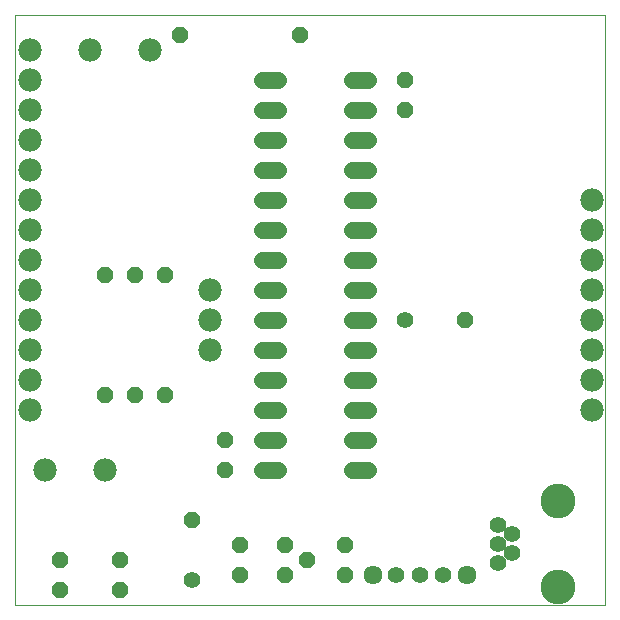
<source format=gts>
G75*
%MOIN*%
%OFA0B0*%
%FSLAX25Y25*%
%IPPOS*%
%LPD*%
%AMOC8*
5,1,8,0,0,1.08239X$1,22.5*
%
%ADD10C,0.00000*%
%ADD11OC8,0.05600*%
%ADD12C,0.05600*%
%ADD13C,0.05550*%
%ADD14C,0.11620*%
%ADD15C,0.07800*%
%ADD16C,0.05600*%
%ADD17C,0.06337*%
D10*
X0001400Y0007548D02*
X0001400Y0204398D01*
X0198250Y0204398D01*
X0198250Y0007548D01*
X0001400Y0007548D01*
D11*
X0016400Y0012548D03*
X0016400Y0022548D03*
X0036400Y0022548D03*
X0036400Y0012548D03*
X0060400Y0036048D03*
X0076400Y0027548D03*
X0076400Y0017548D03*
X0091400Y0017548D03*
X0098900Y0022548D03*
X0091400Y0027548D03*
X0111400Y0027548D03*
X0111400Y0017548D03*
X0071400Y0052548D03*
X0071400Y0062548D03*
X0051400Y0077548D03*
X0041400Y0077548D03*
X0031400Y0077548D03*
X0031400Y0117548D03*
X0041400Y0117548D03*
X0051400Y0117548D03*
X0056400Y0197548D03*
X0096400Y0197548D03*
X0131400Y0182548D03*
X0131400Y0172548D03*
X0151400Y0102548D03*
D12*
X0131400Y0102548D03*
X0060400Y0016048D03*
D13*
X0128526Y0017548D03*
X0136400Y0017548D03*
X0144274Y0017548D03*
X0162321Y0021749D03*
X0167046Y0024898D03*
X0162321Y0028048D03*
X0167046Y0031198D03*
X0162321Y0034347D03*
D14*
X0182400Y0042418D03*
X0182400Y0013678D03*
D15*
X0193900Y0072548D03*
X0193900Y0082548D03*
X0193900Y0092548D03*
X0193900Y0102548D03*
X0193900Y0112548D03*
X0193900Y0122548D03*
X0193900Y0132548D03*
X0193900Y0142548D03*
X0066400Y0112548D03*
X0066400Y0102548D03*
X0066400Y0092548D03*
X0031400Y0052548D03*
X0011400Y0052548D03*
X0006400Y0072548D03*
X0006400Y0082548D03*
X0006400Y0092548D03*
X0006400Y0102548D03*
X0006400Y0112548D03*
X0006400Y0122548D03*
X0006400Y0132548D03*
X0006400Y0142548D03*
X0006400Y0152548D03*
X0006400Y0162548D03*
X0006400Y0172548D03*
X0006400Y0182548D03*
X0006400Y0192548D03*
X0026400Y0192548D03*
X0046400Y0192548D03*
D16*
X0083800Y0182548D02*
X0089000Y0182548D01*
X0089000Y0172548D02*
X0083800Y0172548D01*
X0083800Y0162548D02*
X0089000Y0162548D01*
X0089000Y0152548D02*
X0083800Y0152548D01*
X0083800Y0142548D02*
X0089000Y0142548D01*
X0089000Y0132548D02*
X0083800Y0132548D01*
X0083800Y0122548D02*
X0089000Y0122548D01*
X0089000Y0112548D02*
X0083800Y0112548D01*
X0083800Y0102548D02*
X0089000Y0102548D01*
X0089000Y0092548D02*
X0083800Y0092548D01*
X0083800Y0082548D02*
X0089000Y0082548D01*
X0089000Y0072548D02*
X0083800Y0072548D01*
X0083800Y0062548D02*
X0089000Y0062548D01*
X0089000Y0052548D02*
X0083800Y0052548D01*
X0113800Y0052548D02*
X0119000Y0052548D01*
X0119000Y0062548D02*
X0113800Y0062548D01*
X0113800Y0072548D02*
X0119000Y0072548D01*
X0119000Y0082548D02*
X0113800Y0082548D01*
X0113800Y0092548D02*
X0119000Y0092548D01*
X0119000Y0102548D02*
X0113800Y0102548D01*
X0113800Y0112548D02*
X0119000Y0112548D01*
X0119000Y0122548D02*
X0113800Y0122548D01*
X0113800Y0132548D02*
X0119000Y0132548D01*
X0119000Y0142548D02*
X0113800Y0142548D01*
X0113800Y0152548D02*
X0119000Y0152548D01*
X0119000Y0162548D02*
X0113800Y0162548D01*
X0113800Y0172548D02*
X0119000Y0172548D01*
X0119000Y0182548D02*
X0113800Y0182548D01*
D17*
X0120652Y0017548D03*
X0152148Y0017548D03*
M02*

</source>
